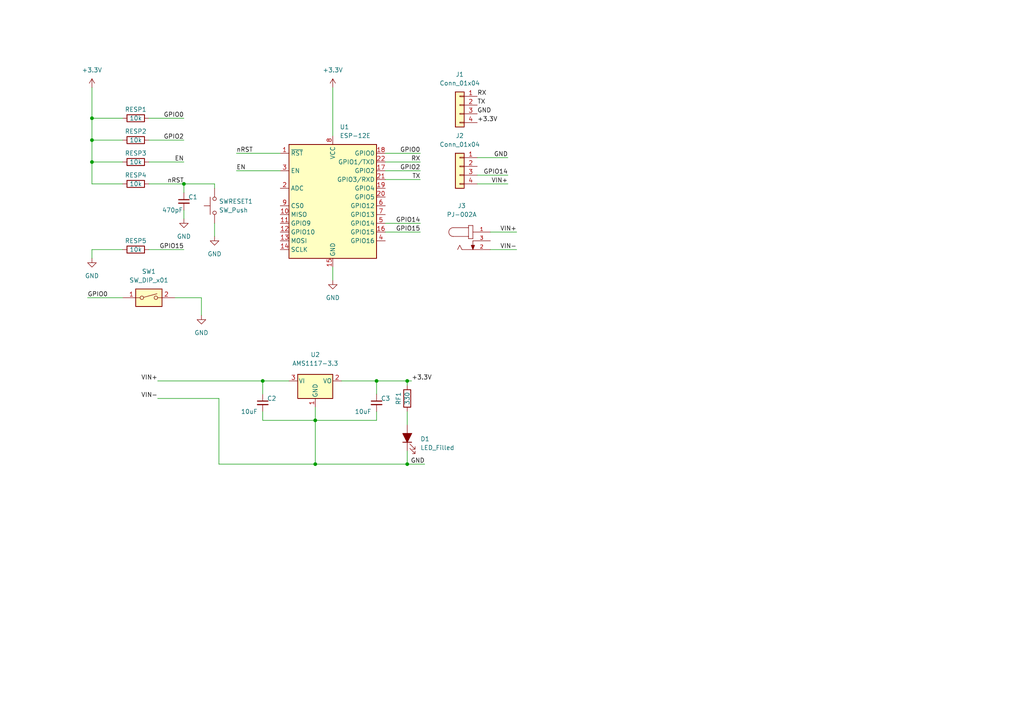
<source format=kicad_sch>
(kicad_sch (version 20211123) (generator eeschema)
  (paper "A4")
  (lib_symbols
    (symbol "Connector_Generic:Conn_01x04" (pin_names (offset 1.016) hide)
      (property "Reference" "J" (at 0 5.08 0))
      (property "Value" "Conn_01x04" (at 0 -7.62 0))
      (symbol "Conn_01x04_1_1"
        (rectangle (start -1.27 -4.953) (end 0 -5.207) (stroke (width 0.1524)))
        (rectangle (start -1.27 -2.413) (end 0 -2.667) (stroke (width 0.1524)))
        (rectangle (start -1.27 0.127) (end 0 -0.127) (stroke (width 0.1524)))
        (rectangle (start -1.27 2.667) (end 0 2.413) (stroke (width 0.1524)))
        (rectangle (start -1.27 3.81) (end 1.27 -6.35) (stroke (width 0.254)) (fill (type background)))
        (pin passive line (at -5.08 2.54 0) (length 3.81) (name "Pin_1") (number "1"))
        (pin passive line (at -5.08 0 0) (length 3.81) (name "Pin_2") (number "2"))
        (pin passive line (at -5.08 -2.54 0) (length 3.81) (name "Pin_3") (number "3"))
        (pin passive line (at -5.08 -5.08 0) (length 3.81) (name "Pin_4") (number "4"))
      )
    )
    (symbol "Device:C_Small" (pin_numbers hide) (pin_names (offset 0.254) hide)
      (property "Reference" "C" (at 0.254 1.778 0))
      (property "Value" "C_Small" (at 0.254 -2.032 0))
      (symbol "C_Small_0_1"
        (polyline (pts (xy -1.524 -0.508) (xy 1.524 -0.508)) (stroke (width 0.3302)))
        (polyline (pts (xy -1.524 0.508) (xy 1.524 0.508)) (stroke (width 0.3048)))
      )
      (symbol "C_Small_1_1"
        (pin passive line (at 0 2.54 270) (length 2.032) (name "~") (number "1"))
        (pin passive line (at 0 -2.54 90) (length 2.032) (name "~") (number "2"))
      )
    )
    (symbol "Device:LED_Filled" (pin_numbers hide) (pin_names (offset 1.016) hide)
      (property "Reference" "D" (at 0 2.54 0))
      (property "Value" "LED_Filled" (at 0 -2.54 0))
      (symbol "LED_Filled_0_1"
        (polyline (pts (xy -1.27 -1.27) (xy -1.27 1.27)) (stroke (width 0.254)))
        (polyline (pts (xy -1.27 0) (xy 1.27 0)))
        (polyline (pts (xy 1.27 -1.27) (xy 1.27 1.27) (xy -1.27 0) (xy 1.27 -1.27)) (stroke (width 0.254)) (fill (type outline)))
        (polyline (pts (xy -3.048 -0.762) (xy -4.572 -2.286) (xy -3.81 -2.286) (xy -4.572 -2.286) (xy -4.572 -1.524)))
        (polyline (pts (xy -1.778 -0.762) (xy -3.302 -2.286) (xy -2.54 -2.286) (xy -3.302 -2.286) (xy -3.302 -1.524)))
      )
      (symbol "LED_Filled_1_1"
        (pin passive line (at -3.81 0 0) (length 2.54) (name "K") (number "1"))
        (pin passive line (at 3.81 0 180) (length 2.54) (name "A") (number "2"))
      )
    )
    (symbol "Device:R" (pin_numbers hide) (pin_names (offset 0))
      (property "Reference" "R" (at 2.032 0 90))
      (property "Value" "R" (at 0 0 90))
      (symbol "R_0_1"
        (rectangle (start -1.016 -2.54) (end 1.016 2.54) (stroke (width 0.254)))
      )
      (symbol "R_1_1"
        (pin passive line (at 0 3.81 270) (length 1.27) (name "~") (number "1"))
        (pin passive line (at 0 -3.81 90) (length 1.27) (name "~") (number "2"))
      )
    )
    (symbol "PJ-002A:PJ-002A" (pin_names (offset 1.016))
      (property "Reference" "J" (at -7.6212 5.0808 0))
      (property "Value" "PJ-002A" (at -7.6324 -5.0882 0))
      (symbol "PJ-002A_0_0"
        (arc (start -5.715 3.81) (mid -6.985 2.54) (end -5.715 1.27) (stroke (width 0.1524)))
        (polyline (pts (xy -5.715 3.81) (xy -1.27 3.81)) (stroke (width 0.1524)))
        (polyline (pts (xy -3.81 -1.27) (xy -4.445 -2.54)) (stroke (width 0.1524)))
        (polyline (pts (xy -3.175 -2.54) (xy -3.81 -1.27)) (stroke (width 0.1524)))
        (polyline (pts (xy -1.27 0.635) (xy 0 0.635)) (stroke (width 0.1524)))
        (polyline (pts (xy -1.27 1.27) (xy -5.715 1.27)) (stroke (width 0.1524)))
        (polyline (pts (xy -1.27 1.27) (xy -1.27 0.635)) (stroke (width 0.1524)))
        (polyline (pts (xy -1.27 3.81) (xy -1.27 1.27)) (stroke (width 0.1524)))
        (polyline (pts (xy -1.27 4.445) (xy -1.27 3.81)) (stroke (width 0.1524)))
        (polyline (pts (xy 0 -2.54) (xy -3.175 -2.54)) (stroke (width 0.1524)))
        (polyline (pts (xy 0 0) (xy 0 -2.54)) (stroke (width 0.1524)))
        (polyline (pts (xy 0 0.635) (xy 0 4.445)) (stroke (width 0.1524)))
        (polyline (pts (xy 0 4.445) (xy -1.27 4.445)) (stroke (width 0.1524)))
        (polyline (pts (xy 0 -2.54) (xy -0.508 -1.27) (xy 0.508 -1.27) (xy 0 -2.54)) (stroke (width 0.1524)) (fill (type outline)))
        (pin passive line (at 5.08 2.54 180) (length 5.08) (name "~") (number "1"))
        (pin passive line (at 5.08 -2.54 180) (length 5.08) (name "~") (number "2"))
        (pin passive line (at 5.08 0 180) (length 5.08) (name "~") (number "3"))
      )
    )
    (symbol "RF_Module:ESP-12E"
      (property "Reference" "U" (at -12.7 19.05 0))
      (property "Value" "ESP-12E" (at 12.7 19.05 0))
      (symbol "ESP-12E_0_1"
        (rectangle (start -12.7 17.78) (end 12.7 -15.24) (stroke (width 0.254)) (fill (type background)))
      )
      (symbol "ESP-12E_1_1"
        (pin input line (at -15.24 15.24 0) (length 2.54) (name "~{RST}") (number "1"))
        (pin bidirectional line (at -15.24 -2.54 0) (length 2.54) (name "MISO") (number "10"))
        (pin bidirectional line (at -15.24 -5.08 0) (length 2.54) (name "GPIO9") (number "11"))
        (pin bidirectional line (at -15.24 -7.62 0) (length 2.54) (name "GPIO10") (number "12"))
        (pin bidirectional line (at -15.24 -10.16 0) (length 2.54) (name "MOSI") (number "13"))
        (pin bidirectional line (at -15.24 -12.7 0) (length 2.54) (name "SCLK") (number "14"))
        (pin power_in line (at 0 -17.78 90) (length 2.54) (name "GND") (number "15"))
        (pin bidirectional line (at 15.24 -7.62 180) (length 2.54) (name "GPIO15") (number "16"))
        (pin bidirectional line (at 15.24 10.16 180) (length 2.54) (name "GPIO2") (number "17"))
        (pin bidirectional line (at 15.24 15.24 180) (length 2.54) (name "GPIO0") (number "18"))
        (pin bidirectional line (at 15.24 5.08 180) (length 2.54) (name "GPIO4") (number "19"))
        (pin input line (at -15.24 5.08 0) (length 2.54) (name "ADC") (number "2"))
        (pin bidirectional line (at 15.24 2.54 180) (length 2.54) (name "GPIO5") (number "20"))
        (pin bidirectional line (at 15.24 7.62 180) (length 2.54) (name "GPIO3/RXD") (number "21"))
        (pin bidirectional line (at 15.24 12.7 180) (length 2.54) (name "GPIO1/TXD") (number "22"))
        (pin input line (at -15.24 10.16 0) (length 2.54) (name "EN") (number "3"))
        (pin bidirectional line (at 15.24 -10.16 180) (length 2.54) (name "GPIO16") (number "4"))
        (pin bidirectional line (at 15.24 -5.08 180) (length 2.54) (name "GPIO14") (number "5"))
        (pin bidirectional line (at 15.24 0 180) (length 2.54) (name "GPIO12") (number "6"))
        (pin bidirectional line (at 15.24 -2.54 180) (length 2.54) (name "GPIO13") (number "7"))
        (pin power_in line (at 0 20.32 270) (length 2.54) (name "VCC") (number "8"))
        (pin input line (at -15.24 0 0) (length 2.54) (name "CS0") (number "9"))
      )
    )
    (symbol "Regulator_Linear:AMS1117-3.3" (pin_names (offset 0.254))
      (property "Reference" "U" (at -3.81 3.175 0))
      (property "Value" "AMS1117-3.3" (at 0 3.175 0))
      (symbol "AMS1117-3.3_0_1"
        (rectangle (start -5.08 -5.08) (end 5.08 1.905) (stroke (width 0.254)) (fill (type background)))
      )
      (symbol "AMS1117-3.3_1_1"
        (pin power_in line (at 0 -7.62 90) (length 2.54) (name "GND") (number "1"))
        (pin power_out line (at 7.62 0 180) (length 2.54) (name "VO") (number "2"))
        (pin power_in line (at -7.62 0 0) (length 2.54) (name "VI") (number "3"))
      )
    )
    (symbol "Switch:SW_DIP_x01" (pin_names (offset 0) hide)
      (property "Reference" "SW" (at 0 3.81 0))
      (property "Value" "SW_DIP_x01" (at 0 -3.81 0))
      (symbol "SW_DIP_x01_0_0"
        (circle (center -2.032 0) (radius 0.508))
        (polyline (pts (xy -1.524 0.127) (xy 2.3622 1.1684)))
        (circle (center 2.032 0) (radius 0.508))
      )
      (symbol "SW_DIP_x01_0_1"
        (rectangle (start -3.81 2.54) (end 3.81 -2.54) (stroke (width 0.254)) (fill (type background)))
      )
      (symbol "SW_DIP_x01_1_1"
        (pin passive line (at -7.62 0 0) (length 5.08) (name "~") (number "1"))
        (pin passive line (at 7.62 0 180) (length 5.08) (name "~") (number "2"))
      )
    )
    (symbol "Switch:SW_Push" (pin_numbers hide) (pin_names (offset 1.016) hide)
      (property "Reference" "SW" (at 1.27 2.54 0))
      (property "Value" "SW_Push" (at 0 -1.524 0))
      (symbol "SW_Push_0_1"
        (circle (center -2.032 0) (radius 0.508))
        (polyline (pts (xy 0 1.27) (xy 0 3.048)))
        (polyline (pts (xy 2.54 1.27) (xy -2.54 1.27)))
        (circle (center 2.032 0) (radius 0.508))
        (pin passive line (at -5.08 0 0) (length 2.54) (name "1") (number "1"))
        (pin passive line (at 5.08 0 180) (length 2.54) (name "2") (number "2"))
      )
    )
    (symbol "power:+3.3V" (power) (pin_names (offset 0))
      (property "Value" "+3.3V" (at 0 3.556 0))
      (symbol "+3.3V_0_1"
        (polyline (pts (xy -0.762 1.27) (xy 0 2.54)))
        (polyline (pts (xy 0 0) (xy 0 2.54)))
        (polyline (pts (xy 0 2.54) (xy 0.762 1.27)))
      )
      (symbol "+3.3V_1_1"
        (pin power_in line (at 0 0 90) (length 0) hide (name "+3.3V") (number "1"))
      )
    )
    (symbol "power:GND" (power) (pin_names (offset 0))
      (property "Value" "GND" (at 0 -3.81 0))
      (symbol "GND_0_1"
        (polyline (pts (xy 0 0) (xy 0 -1.27) (xy 1.27 -1.27) (xy 0 -2.54) (xy -1.27 -1.27) (xy 0 -1.27)))
      )
      (symbol "GND_1_1"
        (pin power_in line (at 0 0 270) (length 0) hide (name "GND") (number "1"))
      )
    )
  )
  (junction (at 109.22 110.49))
  (junction (at 76.2 110.49))
  (junction (at 26.67 34.29))
  (junction (at 53.34 53.34))
  (junction (at 26.67 40.64))
  (junction (at 91.44 121.92))
  (junction (at 118.11 134.62))
  (junction (at 26.67 46.99))
  (junction (at 91.44 134.62))
  (junction (at 118.11 110.49))
  (wire (pts (xy 43.18 40.64) (xy 53.34 40.64)))
  (wire (pts (xy 68.58 49.53) (xy 81.28 49.53)))
  (wire (pts (xy 68.58 44.45) (xy 81.28 44.45)))
  (wire (pts (xy 53.34 53.34) (xy 62.23 53.34)))
  (wire (pts (xy 138.43 45.72) (xy 147.32 45.72)))
  (wire (pts (xy 26.67 46.99) (xy 26.67 40.64)))
  (wire (pts (xy 26.67 74.93) (xy 26.67 72.39)))
  (wire (pts (xy 26.67 34.29) (xy 35.56 34.29)))
  (wire (pts (xy 43.18 46.99) (xy 53.34 46.99)))
  (wire (pts (xy 26.67 25.4) (xy 26.67 34.29)))
  (wire (pts (xy 43.18 53.34) (xy 53.34 53.34)))
  (wire (pts (xy 91.44 121.92) (xy 109.22 121.92)))
  (wire (pts (xy 76.2 114.3) (xy 76.2 110.49)))
  (wire (pts (xy 76.2 110.49) (xy 83.82 110.49)))
  (wire (pts (xy 63.5 134.62) (xy 91.44 134.62)))
  (wire (pts (xy 118.11 110.49) (xy 119.38 110.49)))
  (wire (pts (xy 111.76 44.45) (xy 121.92 44.45)))
  (wire (pts (xy 96.52 77.47) (xy 96.52 81.28)))
  (wire (pts (xy 118.11 134.62) (xy 123.19 134.62)))
  (wire (pts (xy 138.43 53.34) (xy 147.32 53.34)))
  (wire (pts (xy 35.56 40.64) (xy 26.67 40.64)))
  (wire (pts (xy 118.11 130.81) (xy 118.11 134.62)))
  (wire (pts (xy 111.76 52.07) (xy 121.92 52.07)))
  (wire (pts (xy 35.56 53.34) (xy 26.67 53.34)))
  (wire (pts (xy 109.22 114.3) (xy 109.22 110.49)))
  (wire (pts (xy 109.22 119.38) (xy 109.22 121.92)))
  (wire (pts (xy 76.2 119.38) (xy 76.2 121.92)))
  (wire (pts (xy 91.44 134.62) (xy 91.44 121.92)))
  (wire (pts (xy 26.67 72.39) (xy 35.56 72.39)))
  (wire (pts (xy 96.52 25.4) (xy 96.52 39.37)))
  (wire (pts (xy 138.43 50.8) (xy 147.32 50.8)))
  (wire (pts (xy 109.22 110.49) (xy 99.06 110.49)))
  (wire (pts (xy 58.42 86.36) (xy 58.42 91.44)))
  (wire (pts (xy 91.44 134.62) (xy 118.11 134.62)))
  (wire (pts (xy 43.18 72.39) (xy 53.34 72.39)))
  (wire (pts (xy 53.34 60.96) (xy 53.34 63.5)))
  (wire (pts (xy 62.23 54.61) (xy 62.23 53.34)))
  (wire (pts (xy 111.76 46.99) (xy 121.92 46.99)))
  (wire (pts (xy 26.67 40.64) (xy 26.67 34.29)))
  (wire (pts (xy 26.67 53.34) (xy 26.67 46.99)))
  (wire (pts (xy 45.72 115.57) (xy 63.5 115.57)))
  (wire (pts (xy 62.23 64.77) (xy 62.23 68.58)))
  (wire (pts (xy 111.76 49.53) (xy 121.92 49.53)))
  (wire (pts (xy 53.34 53.34) (xy 53.34 55.88)))
  (wire (pts (xy 43.18 34.29) (xy 53.34 34.29)))
  (wire (pts (xy 63.5 134.62) (xy 63.5 115.57)))
  (wire (pts (xy 109.22 110.49) (xy 118.11 110.49)))
  (wire (pts (xy 118.11 119.38) (xy 118.11 123.19)))
  (wire (pts (xy 76.2 121.92) (xy 91.44 121.92)))
  (wire (pts (xy 111.76 67.31) (xy 121.92 67.31)))
  (wire (pts (xy 142.24 72.39) (xy 149.86 72.39)))
  (wire (pts (xy 50.8 86.36) (xy 58.42 86.36)))
  (wire (pts (xy 25.4 86.36) (xy 35.56 86.36)))
  (wire (pts (xy 111.76 64.77) (xy 121.92 64.77)))
  (wire (pts (xy 142.24 67.31) (xy 149.86 67.31)))
  (wire (pts (xy 45.72 110.49) (xy 76.2 110.49)))
  (wire (pts (xy 118.11 110.49) (xy 118.11 111.76)))
  (wire (pts (xy 35.56 46.99) (xy 26.67 46.99)))
  (wire (pts (xy 91.44 121.92) (xy 91.44 118.11)))
  (label "nRST" (at 53.34 53.34 180))
  (label "VIN+" (at 147.32 53.34 180))
  (label "VIN+" (at 149.86 67.31 180))
  (label "VIN-" (at 149.86 72.39 180))
  (label "GPIO0" (at 121.92 44.45 180))
  (label "GPIO14" (at 147.32 50.8 180))
  (label "GPIO2" (at 53.34 40.64 180))
  (label "nRST" (at 68.58 44.45 0))
  (label "GND" (at 147.32 45.72 180))
  (label "GND" (at 138.43 33.02 0))
  (label "EN" (at 53.34 46.99 180))
  (label "EN" (at 68.58 49.53 0))
  (label "TX" (at 121.92 52.07 180))
  (label "VIN+" (at 45.72 110.49 180))
  (label "GPIO0" (at 25.4 86.36 0))
  (label "GND" (at 123.19 134.62 180))
  (label "GPIO15" (at 121.92 67.31 180))
  (label "RX" (at 121.92 46.99 180))
  (label "GPIO15" (at 53.34 72.39 180))
  (label "VIN-" (at 45.72 115.57 180))
  (label "GPIO0" (at 53.34 34.29 180))
  (label "GPIO2" (at 121.92 49.53 180))
  (label "GPIO14" (at 121.92 64.77 180))
  (label "RX" (at 138.43 27.94 0))
  (label "+3.3V" (at 119.38 110.49 0))
  (label "+3.3V" (at 138.43 35.56 0))
  (label "TX" (at 138.43 30.48 0))
  (symbol (lib_id "Regulator_Linear:AMS1117-3.3") (at 91.44 110.49 0) (unit 1)
    (property "Reference" "U2" (at 91.44 102.87 0))
    (property "Value" "AMS1117-3.3" (at 91.44 105.41 0))
    (property "Footprint" "Package_TO_SOT_SMD:SOT-223-3_TabPin2" (effects hide))
    (property "Datasheet" "http://www.advanced-monolithic.com/pdf/ds1117.pdf" (effects hide))
  )
  (symbol (lib_id "Switch:SW_DIP_x01") (at 43.18 86.36 0) (unit 1)
    (property "Reference" "SW1" (at 43.18 78.74 0))
    (property "Value" "SW_DIP_x01" (at 43.18 81.28 0))
    (property "Footprint" "Button_Switch_SMD:SW_DIP_SPSTx01_Slide_Copal_CHS-01B_W7.62mm_P1.27mm" (effects hide))
  )
  (symbol (lib_id "power:GND") (at 62.23 68.58 0) (unit 1)
    (property "Reference" "#PWR0101" (effects hide))
    (property "Value" "GND" (at 62.23 73.66 0))
  )
  (symbol (lib_id "Device:R") (at 39.37 72.39 90) (unit 1)
    (property "Reference" "RESP5" (at 39.37 69.85 90))
    (property "Value" "10k" (at 39.37 72.39 90))
    (property "Footprint" "Resistor_SMD:R_1206_3216Metric" (effects hide))
  )
  (symbol (lib_id "power:GND") (at 53.34 63.5 0) (unit 1)
    (property "Reference" "#PWR0102" (effects hide))
    (property "Value" "GND" (at 53.34 68.58 0))
  )
  (symbol (lib_id "Device:R") (at 39.37 53.34 90) (unit 1)
    (property "Reference" "RESP4" (at 39.37 50.8 90))
    (property "Value" "10k" (at 39.37 53.34 90))
    (property "Footprint" "Resistor_SMD:R_1206_3216Metric" (effects hide))
  )
  (symbol (lib_id "Device:C_Small") (at 53.34 58.42 0) (unit 1)
    (property "Reference" "C1" (at 54.61 57.15 0) (effects (justify left)))
    (property "Value" "470pF" (at 46.99 60.96 0) (effects (justify left)))
    (property "Footprint" "Capacitor_SMD:C_0805_2012Metric" (effects hide))
  )
  (symbol (lib_id "Device:R") (at 118.11 115.57 180) (unit 1)
    (property "Reference" "RF1" (at 115.57 115.57 90))
    (property "Value" "330" (at 118.11 115.57 90))
    (property "Footprint" "Resistor_SMD:R_1206_3216Metric" (effects hide))
  )
  (symbol (lib_id "Device:R") (at 39.37 46.99 90) (unit 1)
    (property "Reference" "RESP3" (at 39.37 44.45 90))
    (property "Value" "10k" (at 39.37 46.99 90))
    (property "Footprint" "Resistor_SMD:R_1206_3216Metric" (effects hide))
  )
  (symbol (lib_id "Connector_Generic:Conn_01x04") (at 133.35 30.48 0) (mirror y) (unit 1)
    (property "Reference" "J1" (at 133.35 21.59 0))
    (property "Value" "Conn_01x04" (at 133.35 24.13 0))
    (property "Footprint" "Connector_PinHeader_2.54mm:PinHeader_1x04_P2.54mm_Vertical" (effects hide))
  )
  (symbol (lib_id "Device:LED_Filled") (at 118.11 127 90) (unit 1)
    (property "Reference" "D1" (at 121.92 127.3174 90) (effects (justify right)))
    (property "Value" "LED_Filled" (at 121.92 129.8574 90) (effects (justify right)))
    (property "Footprint" "LED_SMD:LED_1206_3216Metric" (effects hide))
  )
  (symbol (lib_id "PJ-002A:PJ-002A") (at 137.16 69.85 0) (unit 1)
    (property "Reference" "J3" (at 133.9215 59.69 0))
    (property "Value" "PJ-002A" (at 133.9215 62.23 0))
    (property "Footprint" "PJ-002A:CUI_PJ-002A" (effects hide))
    (property "STANDARD" "Manufacturer recommendations" (effects hide))
    (property "MANUFACTURER" "CUI INC" (effects hide))
  )
  (symbol (lib_id "Device:R") (at 39.37 34.29 90) (unit 1)
    (property "Reference" "RESP1" (at 39.37 31.75 90))
    (property "Value" "10k" (at 39.37 34.29 90))
    (property "Footprint" "Resistor_SMD:R_1206_3216Metric" (effects hide))
  )
  (symbol (lib_id "power:GND") (at 58.42 91.44 0) (unit 1)
    (property "Reference" "#PWR0103" (effects hide))
    (property "Value" "GND" (at 58.42 96.52 0))
  )
  (symbol (lib_id "Device:C_Small") (at 76.2 116.84 0) (unit 1)
    (property "Reference" "C2" (at 77.47 115.57 0) (effects (justify left)))
    (property "Value" "10uF" (at 69.85 119.38 0) (effects (justify left)))
    (property "Footprint" "Capacitor_SMD:C_0805_2012Metric" (effects hide))
  )
  (symbol (lib_id "Connector_Generic:Conn_01x04") (at 133.35 48.26 0) (mirror y) (unit 1)
    (property "Reference" "J2" (at 133.35 39.37 0))
    (property "Value" "Conn_01x04" (at 133.35 41.91 0))
    (property "Footprint" "Connector_PinHeader_2.54mm:PinHeader_1x04_P2.54mm_Horizontal" (effects hide))
  )
  (symbol (lib_id "power:+3.3V") (at 96.52 25.4 0) (unit 1)
    (property "Reference" "#PWR0107" (effects hide))
    (property "Value" "+3.3V" (at 96.52 20.32 0))
  )
  (symbol (lib_id "power:GND") (at 26.67 74.93 0) (unit 1)
    (property "Reference" "#PWR0106" (effects hide))
    (property "Value" "GND" (at 26.67 80.01 0))
  )
  (symbol (lib_id "Device:C_Small") (at 109.22 116.84 0) (unit 1)
    (property "Reference" "C3" (at 110.49 115.57 0) (effects (justify left)))
    (property "Value" "10uF" (at 102.87 119.38 0) (effects (justify left)))
    (property "Footprint" "Capacitor_SMD:C_0805_2012Metric" (effects hide))
  )
  (symbol (lib_id "power:GND") (at 96.52 81.28 0) (unit 1)
    (property "Reference" "#PWR0105" (effects hide))
    (property "Value" "GND" (at 96.52 86.36 0))
  )
  (symbol (lib_id "power:+3.3V") (at 26.67 25.4 0) (unit 1)
    (property "Reference" "#PWR0104" (effects hide))
    (property "Value" "+3.3V" (at 26.67 20.32 0))
  )
  (symbol (lib_id "Device:R") (at 39.37 40.64 90) (unit 1)
    (property "Reference" "RESP2" (at 39.37 38.1 90))
    (property "Value" "10k" (at 39.37 40.64 90))
    (property "Footprint" "Resistor_SMD:R_1206_3216Metric" (effects hide))
  )
  (symbol (lib_id "RF_Module:ESP-12E") (at 96.52 59.69 0) (unit 1)
    (property "Reference" "U1" (at 98.5394 36.83 0) (effects (justify left)))
    (property "Value" "ESP-12E" (at 98.5394 39.37 0) (effects (justify left)))
    (property "Footprint" "RF_Module:ESP-12E" (effects hide))
    (property "Datasheet" "http://wiki.ai-thinker.com/_media/esp8266/esp8266_series_modules_user_manual_v1.1.pdf" (effects hide))
  )
  (symbol (lib_id "Switch:SW_Push") (at 62.23 59.69 90) (mirror x) (unit 1)
    (property "Reference" "SWRESET1" (at 63.5 58.4199 90) (effects (justify right)))
    (property "Value" "SW_Push" (at 63.5 60.9599 90) (effects (justify right)))
    (property "Footprint" "Button_Switch_SMD:SW_SPST_CK_RS282G05A3" (effects hide))
  )
)
</source>
